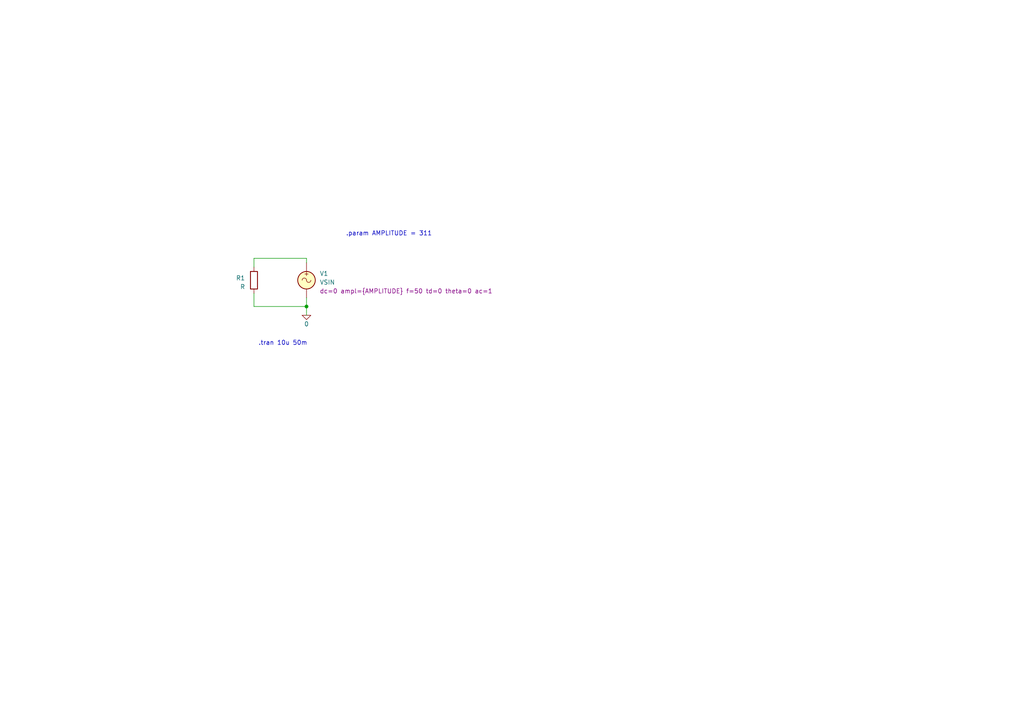
<source format=kicad_sch>
(kicad_sch (version 20230121) (generator eeschema)
  (paper "A4")
  (lib_symbols
    (symbol "Device:R" (pin_numbers hide) (pin_names (offset 0))
      (property "Reference" "R" (at 2.032 0 90))
      (property "Value" "R" (at 0 0 90))
      (symbol "R_0_1"
        (rectangle (start -1.016 -2.54) (end 1.016 2.54) (stroke (width 0.254)))
      )
      (symbol "R_1_1"
        (pin passive line (at 0 3.81 270) (length 1.27) (name "~") (number "1"))
        (pin passive line (at 0 -3.81 90) (length 1.27) (name "~") (number "2"))
      )
    )
    (symbol "Simulation_SPICE:0" (power) (pin_names (offset 0))
      (property "Value" "0" (at 0 -1.778 0))
      (symbol "0_0_1"
        (polyline (pts (xy -1.27 0) (xy 0 -1.27) (xy 1.27 0) (xy -1.27 0)))
      )
      (symbol "0_1_1"
        (pin power_in line (at 0 0 0) (length 0) hide (name "0") (number "1"))
      )
    )
    (symbol "Simulation_SPICE:VSIN" (pin_numbers hide) (pin_names (offset 0.0254))
      (property "Reference" "V" (at 2.54 2.54 0))
      (property "Value" "VSIN" (at 2.54 0 0))
      (property "Sim.Params" "dc=0 ampl=1 f=1k ac=1" (at 2.54 -2.54 0))
      (symbol "VSIN_0_0"
        (arc (start 0 0) (mid -0.635 0.6323) (end -1.27 0))
        (arc (start 0 0) (mid 0.635 -0.6323) (end 1.27 0))
        (text "+" (at 0 1.905 0) (effects (font (size 1.27 1.27))))
      )
      (symbol "VSIN_0_1"
        (circle (center 0 0) (radius 2.54) (stroke (width 0.254)) (fill (type background)))
      )
      (symbol "VSIN_1_1"
        (pin passive line (at 0 5.08 270) (length 2.54) (name "~") (number "1"))
        (pin passive line (at 0 -5.08 90) (length 2.54) (name "~") (number "2"))
      )
    )
  )
  (junction (at 88.9 88.9))
  (wire (pts (xy 73.66 88.9) (xy 88.9 88.9)))
  (wire (pts (xy 73.66 85.09) (xy 73.66 88.9)))
  (wire (pts (xy 73.66 74.93) (xy 73.66 77.47)))
  (wire (pts (xy 73.66 74.93) (xy 88.9 74.93)))
  (wire (pts (xy 88.9 86.36) (xy 88.9 88.9)))
  (wire (pts (xy 88.9 74.93) (xy 88.9 76.2)))
  (wire (pts (xy 88.9 88.9) (xy 88.9 91.44)))
  (text ".param AMPLITUDE = 311" (at 100.33 68.58 0) (effects (font (size 1.27 1.27)) (justify left bottom)))
  (text ".tran 10u 50m" (at 74.93 100.33 0) (effects (font (size 1.27 1.27)) (justify left bottom)))
  (symbol (lib_id "Simulation_SPICE:VSIN") (at 88.9 81.28 0) (unit 1)
    (property "Reference" "V1" (at 92.71 79.3392 0) (effects (justify left)))
    (property "Value" "VSIN" (at 92.71 81.8792 0) (effects (justify left)))
    (property "Sim.Pins" "1=+ 2=-" (effects hide))
    (property "Sim.Params" "dc=0 ampl={AMPLITUDE} f=50 td=0 theta=0 ac=1" (at 92.71 84.4192 0) (effects (justify left)))
    (property "Sim.Type" "SIN" (effects hide))
    (property "Sim.Device" "V" (effects hide))
  )
  (symbol (lib_id "Device:R") (at 73.66 81.28 0) (mirror x) (unit 1)
    (property "Reference" "R1" (at 71.12 80.645 0) (effects (justify right)))
    (property "Value" "R" (at 71.12 83.185 0) (effects (justify right)))
  )
  (symbol (lib_id "Simulation_SPICE:0") (at 88.9 91.44 0) (unit 1)
    (property "Reference" "#GND01" (effects hide))
    (property "Value" "0" (at 88.9 93.98 0))
  )
)
</source>
